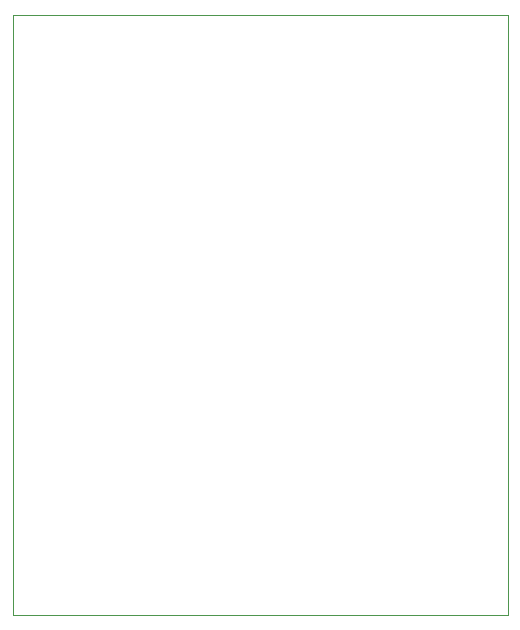
<source format=gm1>
%TF.GenerationSoftware,KiCad,Pcbnew,9.0.0*%
%TF.CreationDate,2025-03-08T00:26:58-08:00*%
%TF.ProjectId,server,73657276-6572-42e6-9b69-6361645f7063,v0.1*%
%TF.SameCoordinates,Original*%
%TF.FileFunction,Profile,NP*%
%FSLAX46Y46*%
G04 Gerber Fmt 4.6, Leading zero omitted, Abs format (unit mm)*
G04 Created by KiCad (PCBNEW 9.0.0) date 2025-03-08 00:26:58*
%MOMM*%
%LPD*%
G01*
G04 APERTURE LIST*
%TA.AperFunction,Profile*%
%ADD10C,0.050000*%
%TD*%
G04 APERTURE END LIST*
D10*
X132080000Y-68667644D02*
X173995167Y-68667644D01*
X173995167Y-119451550D01*
X132080000Y-119451550D01*
X132080000Y-68667644D01*
M02*

</source>
